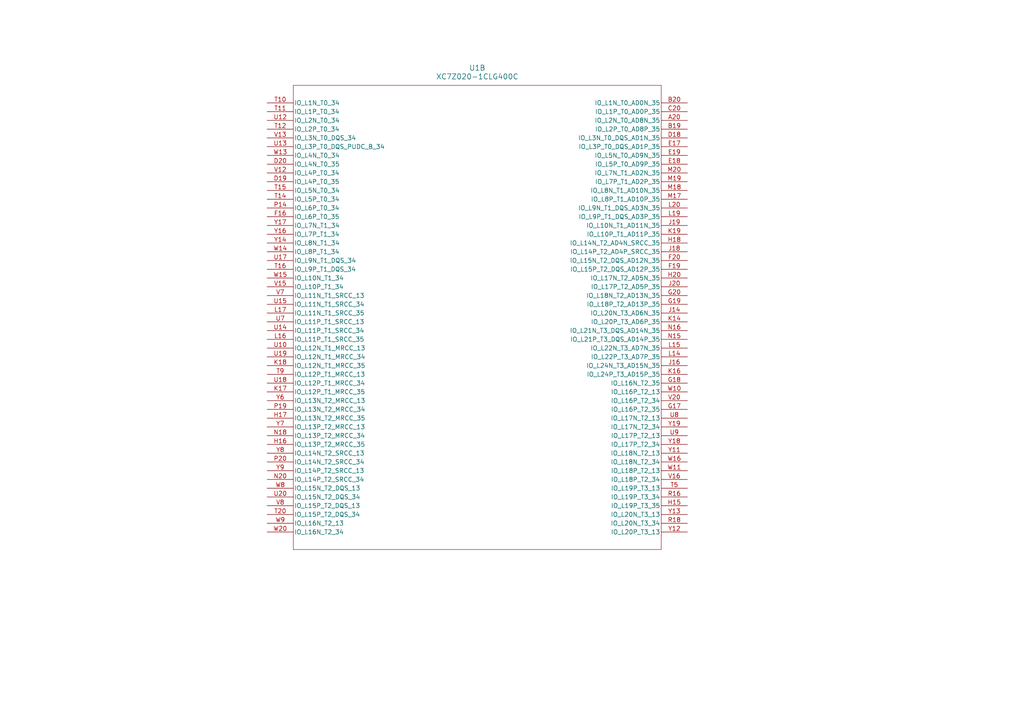
<source format=kicad_sch>
(kicad_sch (version 20231120) (generator "eeschema") (generator_version "8.0")
  (paper "A4")
  (lib_symbols
    (symbol "ZYNC-7020/XC7Z020-1CLG400C:XC7Z020-1CLG400C" (pin_names (offset 0.254))
      (property "Reference" "U" (at 43.18 10.16 0))
      (property "Value" "XC7Z020-1CLG400C" (at 43.18 7.62 0))
      (symbol "XC7Z020-1CLG400C_1_1"
        (polyline (pts (xy 7.62 -91.44) (xy 78.74 -91.44)) (stroke (width 0.127)))
        (polyline (pts (xy 7.62 5.08) (xy 7.62 -91.44)) (stroke (width 0.127)))
        (polyline (pts (xy 78.74 -91.44) (xy 78.74 5.08)) (stroke (width 0.127)))
        (polyline (pts (xy 78.74 5.08) (xy 7.62 5.08)) (stroke (width 0.127)))
        (pin output line (at 86.36 -58.42 180) (length 7.62) (name "PS_DDR_DM0_502") (number "A1"))
        (pin input line (at 0 -12.7 0) (length 7.62) (name "PS_SRST_B_501") (number "B10"))
        (pin output line (at 86.36 -68.58 180) (length 7.62) (name "PS_DDR_DRST_B_502") (number "B4"))
        (pin input line (at 0 -10.16 0) (length 7.62) (name "PS_POR_B_500") (number "C7"))
        (pin output line (at 86.36 -33.02 180) (length 7.62) (name "PS_DDR_A13_502") (number "D4"))
        (pin output line (at 86.36 -30.48 180) (length 7.62) (name "PS_DDR_A12_502") (number "E4"))
        (pin input line (at 0 -7.62 0) (length 7.62) (name "PS_CLK_500") (number "E7"))
        (pin output line (at 86.36 -60.96 180) (length 7.62) (name "PS_DDR_DM1_502") (number "F1"))
        (pin output line (at 86.36 -35.56 180) (length 7.62) (name "PS_DDR_A14_502") (number "F4"))
        (pin output line (at 86.36 -25.4 180) (length 7.62) (name "PS_DDR_A10_502") (number "F5"))
        (pin output line (at 86.36 -86.36 180) (length 7.62) (name "TDO_0") (number "F6"))
        (pin input line (at 0 -15.24 0) (length 7.62) (name "TCK_0") (number "F9"))
        (pin bidirectional line (at 0 -43.18 0) (length 7.62) (name "IO_0_35") (number "G14"))
        (pin output line (at 86.36 -27.94 180) (length 7.62) (name "PS_DDR_A11_502") (number "G4"))
        (pin output line (at 86.36 -76.2 180) (length 7.62) (name "PS_DDR_VRN_502") (number "G5"))
        (pin input line (at 0 -17.78 0) (length 7.62) (name "TDI_0") (number "G6"))
        (pin output line (at 86.36 -78.74 180) (length 7.62) (name "PS_DDR_VRP_502") (number "H5"))
        (pin bidirectional line (at 0 -50.8 0) (length 7.62) (name "IO_25_35") (number "J15"))
        (pin output line (at 86.36 -22.86 180) (length 7.62) (name "PS_DDR_A9_502") (number "J4"))
        (pin output line (at 86.36 -43.18 180) (length 7.62) (name "PS_DDR_BA2_502") (number "J5"))
        (pin input line (at 0 -20.32 0) (length 7.62) (name "TMS_0") (number "J6"))
        (pin output line (at 86.36 -20.32 180) (length 7.62) (name "PS_DDR_A8_502") (number "K1"))
        (pin output line (at 86.36 -2.54 180) (length 7.62) (name "PS_DDR_A1_502") (number "K2"))
        (pin output line (at 86.36 -7.62 180) (length 7.62) (name "PS_DDR_A3_502") (number "K3"))
        (pin output line (at 86.36 -17.78 180) (length 7.62) (name "PS_DDR_A7_502") (number "K4"))
        (pin input line (at 0 -25.4 0) (length 7.62) (name "VP_0") (number "K9"))
        (pin output line (at 86.36 -12.7 180) (length 7.62) (name "PS_DDR_A5_502") (number "L1"))
        (pin input line (at 0 -22.86 0) (length 7.62) (name "VN_0") (number "L10"))
        (pin output line (at 86.36 -53.34 180) (length 7.62) (name "PS_DDR_CKP_502") (number "L2"))
        (pin output line (at 86.36 -15.24 180) (length 7.62) (name "PS_DDR_A6_502") (number "L4"))
        (pin output line (at 86.36 -38.1 180) (length 7.62) (name "PS_DDR_BA0_502") (number "L5"))
        (pin input line (at 0 -5.08 0) (length 7.62) (name "PROGRAM_B_0") (number "L6"))
        (pin unspecified line (at 0 -33.02 0) (length 7.62) (name "DXN_0") (number "M10"))
        (pin output line (at 86.36 -50.8 180) (length 7.62) (name "PS_DDR_CKN_502") (number "M2"))
        (pin output line (at 86.36 -5.08 180) (length 7.62) (name "PS_DDR_A2_502") (number "M3"))
        (pin output line (at 86.36 -10.16 180) (length 7.62) (name "PS_DDR_A4_502") (number "M4"))
        (pin output line (at 86.36 -81.28 180) (length 7.62) (name "PS_DDR_WE_B_502") (number "M5"))
        (pin input line (at 0 0 0) (length 7.62) (name "CFGBVS_0") (number "M6"))
        (pin unspecified line (at 0 -35.56 0) (length 7.62) (name "DXP_0") (number "M9"))
        (pin output line (at 86.36 -55.88 180) (length 7.62) (name "PS_DDR_CS_B_502") (number "N1"))
        (pin output line (at 86.36 0 180) (length 7.62) (name "PS_DDR_A0_502") (number "N2"))
        (pin output line (at 86.36 -48.26 180) (length 7.62) (name "PS_DDR_CKE_502") (number "N3"))
        (pin output line (at 86.36 -71.12 180) (length 7.62) (name "PS_DDR_ODT_502") (number "N5"))
        (pin output line (at 86.36 -73.66 180) (length 7.62) (name "PS_DDR_RAS_B_502") (number "P4"))
        (pin output line (at 86.36 -45.72 180) (length 7.62) (name "PS_DDR_CAS_B_502") (number "P5"))
        (pin bidirectional line (at 0 -2.54 0) (length 7.62) (name "INIT_B_0") (number "R10"))
        (pin bidirectional line (at 0 -30.48 0) (length 7.62) (name "DONE_0") (number "R11"))
        (pin bidirectional line (at 0 -40.64 0) (length 7.62) (name "IO_0_34") (number "R19"))
        (pin output line (at 86.36 -40.64 180) (length 7.62) (name "PS_DDR_BA1_502") (number "R4"))
        (pin output line (at 86.36 -63.5 180) (length 7.62) (name "PS_DDR_DM2_502") (number "T1"))
        (pin bidirectional line (at 0 -48.26 0) (length 7.62) (name "IO_25_34") (number "T19"))
        (pin output line (at 86.36 -66.04 180) (length 7.62) (name "PS_DDR_DM3_502") (number "Y1"))
      )
      (symbol "XC7Z020-1CLG400C_2_1"
        (polyline (pts (xy 7.62 -129.54) (xy 114.3 -129.54)) (stroke (width 0.127)))
        (polyline (pts (xy 7.62 5.08) (xy 7.62 -129.54)) (stroke (width 0.127)))
        (polyline (pts (xy 114.3 -129.54) (xy 114.3 5.08)) (stroke (width 0.127)))
        (polyline (pts (xy 114.3 5.08) (xy 7.62 5.08)) (stroke (width 0.127)))
        (pin bidirectional line (at 121.92 -5.08 180) (length 7.62) (name "IO_L2N_T0_AD8N_35") (number "A20"))
        (pin bidirectional line (at 121.92 -7.62 180) (length 7.62) (name "IO_L2P_T0_AD8P_35") (number "B19"))
        (pin bidirectional line (at 121.92 0 180) (length 7.62) (name "IO_L1N_T0_AD0N_35") (number "B20"))
        (pin bidirectional line (at 121.92 -2.54 180) (length 7.62) (name "IO_L1P_T0_AD0P_35") (number "C20"))
        (pin bidirectional line (at 121.92 -10.16 180) (length 7.62) (name "IO_L3N_T0_DQS_AD1N_35") (number "D18"))
        (pin bidirectional line (at 0 -22.86 0) (length 7.62) (name "IO_L4P_T0_35") (number "D19"))
        (pin bidirectional line (at 0 -17.78 0) (length 7.62) (name "IO_L4N_T0_35") (number "D20"))
        (pin bidirectional line (at 121.92 -12.7 180) (length 7.62) (name "IO_L3P_T0_DQS_AD1P_35") (number "E17"))
        (pin bidirectional line (at 121.92 -17.78 180) (length 7.62) (name "IO_L5P_T0_AD9P_35") (number "E18"))
        (pin bidirectional line (at 121.92 -15.24 180) (length 7.62) (name "IO_L5N_T0_AD9N_35") (number "E19"))
        (pin bidirectional line (at 0 -33.02 0) (length 7.62) (name "IO_L6P_T0_35") (number "F16"))
        (pin bidirectional line (at 121.92 -48.26 180) (length 7.62) (name "IO_L15P_T2_DQS_AD12P_35") (number "F19"))
        (pin bidirectional line (at 121.92 -45.72 180) (length 7.62) (name "IO_L15N_T2_DQS_AD12N_35") (number "F20"))
        (pin bidirectional line (at 121.92 -88.9 180) (length 7.62) (name "IO_L16P_T2_35") (number "G17"))
        (pin bidirectional line (at 121.92 -81.28 180) (length 7.62) (name "IO_L16N_T2_35") (number "G18"))
        (pin bidirectional line (at 121.92 -58.42 180) (length 7.62) (name "IO_L18P_T2_AD13P_35") (number "G19"))
        (pin bidirectional line (at 121.92 -55.88 180) (length 7.62) (name "IO_L18N_T2_AD13N_35") (number "G20"))
        (pin bidirectional line (at 121.92 -116.84 180) (length 7.62) (name "IO_L19P_T3_35") (number "H15"))
        (pin bidirectional line (at 0 -99.06 0) (length 7.62) (name "IO_L13P_T2_MRCC_35") (number "H16"))
        (pin bidirectional line (at 0 -91.44 0) (length 7.62) (name "IO_L13N_T2_MRCC_35") (number "H17"))
        (pin bidirectional line (at 121.92 -40.64 180) (length 7.62) (name "IO_L14N_T2_AD4N_SRCC_35") (number "H18"))
        (pin bidirectional line (at 121.92 -50.8 180) (length 7.62) (name "IO_L17N_T2_AD5N_35") (number "H20"))
        (pin bidirectional line (at 121.92 -60.96 180) (length 7.62) (name "IO_L20N_T3_AD6N_35") (number "J14"))
        (pin bidirectional line (at 121.92 -76.2 180) (length 7.62) (name "IO_L24N_T3_AD15N_35") (number "J16"))
        (pin bidirectional line (at 121.92 -43.18 180) (length 7.62) (name "IO_L14P_T2_AD4P_SRCC_35") (number "J18"))
        (pin bidirectional line (at 121.92 -35.56 180) (length 7.62) (name "IO_L10N_T1_AD11N_35") (number "J19"))
        (pin bidirectional line (at 121.92 -53.34 180) (length 7.62) (name "IO_L17P_T2_AD5P_35") (number "J20"))
        (pin bidirectional line (at 121.92 -63.5 180) (length 7.62) (name "IO_L20P_T3_AD6P_35") (number "K14"))
        (pin bidirectional line (at 121.92 -78.74 180) (length 7.62) (name "IO_L24P_T3_AD15P_35") (number "K16"))
        (pin bidirectional line (at 0 -83.82 0) (length 7.62) (name "IO_L12P_T1_MRCC_35") (number "K17"))
        (pin bidirectional line (at 0 -76.2 0) (length 7.62) (name "IO_L12N_T1_MRCC_35") (number "K18"))
        (pin bidirectional line (at 121.92 -38.1 180) (length 7.62) (name "IO_L10P_T1_AD11P_35") (number "K19"))
        (pin bidirectional line (at 121.92 -73.66 180) (length 7.62) (name "IO_L22P_T3_AD7P_35") (number "L14"))
        (pin bidirectional line (at 121.92 -71.12 180) (length 7.62) (name "IO_L22N_T3_AD7N_35") (number "L15"))
        (pin bidirectional line (at 0 -68.58 0) (length 7.62) (name "IO_L11P_T1_SRCC_35") (number "L16"))
        (pin bidirectional line (at 0 -60.96 0) (length 7.62) (name "IO_L11N_T1_SRCC_35") (number "L17"))
        (pin bidirectional line (at 121.92 -33.02 180) (length 7.62) (name "IO_L9P_T1_DQS_AD3P_35") (number "L19"))
        (pin bidirectional line (at 121.92 -30.48 180) (length 7.62) (name "IO_L9N_T1_DQS_AD3N_35") (number "L20"))
        (pin bidirectional line (at 121.92 -27.94 180) (length 7.62) (name "IO_L8P_T1_AD10P_35") (number "M17"))
        (pin bidirectional line (at 121.92 -25.4 180) (length 7.62) (name "IO_L8N_T1_AD10N_35") (number "M18"))
        (pin bidirectional line (at 121.92 -22.86 180) (length 7.62) (name "IO_L7P_T1_AD2P_35") (number "M19"))
        (pin bidirectional line (at 121.92 -20.32 180) (length 7.62) (name "IO_L7N_T1_AD2N_35") (number "M20"))
        (pin bidirectional line (at 121.92 -68.58 180) (length 7.62) (name "IO_L21P_T3_DQS_AD14P_35") (number "N15"))
        (pin bidirectional line (at 121.92 -66.04 180) (length 7.62) (name "IO_L21N_T3_DQS_AD14N_35") (number "N16"))
        (pin bidirectional line (at 0 -96.52 0) (length 7.62) (name "IO_L13P_T2_MRCC_34") (number "N18"))
        (pin bidirectional line (at 0 -109.22 0) (length 7.62) (name "IO_L14P_T2_SRCC_34") (number "N20"))
        (pin bidirectional line (at 0 -30.48 0) (length 7.62) (name "IO_L6P_T0_34") (number "P14"))
        (pin bidirectional line (at 0 -88.9 0) (length 7.62) (name "IO_L13N_T2_MRCC_34") (number "P19"))
        (pin bidirectional line (at 0 -104.14 0) (length 7.62) (name "IO_L14N_T2_SRCC_34") (number "P20"))
        (pin bidirectional line (at 121.92 -114.3 180) (length 7.62) (name "IO_L19P_T3_34") (number "R16"))
        (pin bidirectional line (at 121.92 -121.92 180) (length 7.62) (name "IO_L20N_T3_34") (number "R18"))
        (pin bidirectional line (at 0 0 0) (length 7.62) (name "IO_L1N_T0_34") (number "T10"))
        (pin bidirectional line (at 0 -2.54 0) (length 7.62) (name "IO_L1P_T0_34") (number "T11"))
        (pin bidirectional line (at 0 -7.62 0) (length 7.62) (name "IO_L2P_T0_34") (number "T12"))
        (pin bidirectional line (at 0 -27.94 0) (length 7.62) (name "IO_L5P_T0_34") (number "T14"))
        (pin bidirectional line (at 0 -25.4 0) (length 7.62) (name "IO_L5N_T0_34") (number "T15"))
        (pin bidirectional line (at 0 -48.26 0) (length 7.62) (name "IO_L9P_T1_DQS_34") (number "T16"))
        (pin bidirectional line (at 0 -119.38 0) (length 7.62) (name "IO_L15P_T2_DQS_34") (number "T20"))
        (pin bidirectional line (at 121.92 -111.76 180) (length 7.62) (name "IO_L19P_T3_13") (number "T5"))
        (pin bidirectional line (at 0 -78.74 0) (length 7.62) (name "IO_L12P_T1_MRCC_13") (number "T9"))
        (pin bidirectional line (at 0 -71.12 0) (length 7.62) (name "IO_L12N_T1_MRCC_13") (number "U10"))
        (pin bidirectional line (at 0 -5.08 0) (length 7.62) (name "IO_L2N_T0_34") (number "U12"))
        (pin bidirectional line (at 0 -12.7 0) (length 7.62) (name "IO_L3P_T0_DQS_PUDC_B_34") (number "U13"))
        (pin bidirectional line (at 0 -66.04 0) (length 7.62) (name "IO_L11P_T1_SRCC_34") (number "U14"))
        (pin bidirectional line (at 0 -58.42 0) (length 7.62) (name "IO_L11N_T1_SRCC_34") (number "U15"))
        (pin bidirectional line (at 0 -45.72 0) (length 7.62) (name "IO_L9N_T1_DQS_34") (number "U17"))
        (pin bidirectional line (at 0 -81.28 0) (length 7.62) (name "IO_L12P_T1_MRCC_34") (number "U18"))
        (pin bidirectional line (at 0 -73.66 0) (length 7.62) (name "IO_L12N_T1_MRCC_34") (number "U19"))
        (pin bidirectional line (at 0 -114.3 0) (length 7.62) (name "IO_L15N_T2_DQS_34") (number "U20"))
        (pin bidirectional line (at 0 -63.5 0) (length 7.62) (name "IO_L11P_T1_SRCC_13") (number "U7"))
        (pin bidirectional line (at 121.92 -91.44 180) (length 7.62) (name "IO_L17N_T2_13") (number "U8"))
        (pin bidirectional line (at 121.92 -96.52 180) (length 7.62) (name "IO_L17P_T2_13") (number "U9"))
        (pin bidirectional line (at 0 -20.32 0) (length 7.62) (name "IO_L4P_T0_34") (number "V12"))
        (pin bidirectional line (at 0 -10.16 0) (length 7.62) (name "IO_L3N_T0_DQS_34") (number "V13"))
        (pin bidirectional line (at 0 -53.34 0) (length 7.62) (name "IO_L10P_T1_34") (number "V15"))
        (pin bidirectional line (at 121.92 -109.22 180) (length 7.62) (name "IO_L18P_T2_34") (number "V16"))
        (pin bidirectional line (at 121.92 -86.36 180) (length 7.62) (name "IO_L16P_T2_34") (number "V20"))
        (pin bidirectional line (at 0 -55.88 0) (length 7.62) (name "IO_L11N_T1_SRCC_13") (number "V7"))
        (pin bidirectional line (at 0 -116.84 0) (length 7.62) (name "IO_L15P_T2_DQS_13") (number "V8"))
        (pin bidirectional line (at 121.92 -83.82 180) (length 7.62) (name "IO_L16P_T2_13") (number "W10"))
        (pin bidirectional line (at 121.92 -106.68 180) (length 7.62) (name "IO_L18P_T2_13") (number "W11"))
        (pin bidirectional line (at 0 -15.24 0) (length 7.62) (name "IO_L4N_T0_34") (number "W13"))
        (pin bidirectional line (at 0 -43.18 0) (length 7.62) (name "IO_L8P_T1_34") (number "W14"))
        (pin bidirectional line (at 0 -50.8 0) (length 7.62) (name "IO_L10N_T1_34") (number "W15"))
        (pin bidirectional line (at 121.92 -104.14 180) (length 7.62) (name "IO_L18N_T2_34") (number "W16"))
        (pin bidirectional line (at 0 -124.46 0) (length 7.62) (name "IO_L16N_T2_34") (number "W20"))
        (pin bidirectional line (at 0 -111.76 0) (length 7.62) (name "IO_L15N_T2_DQS_13") (number "W8"))
        (pin bidirectional line (at 0 -121.92 0) (length 7.62) (name "IO_L16N_T2_13") (number "W9"))
        (pin bidirectional line (at 121.92 -101.6 180) (length 7.62) (name "IO_L18N_T2_13") (number "Y11"))
        (pin bidirectional line (at 121.92 -124.46 180) (length 7.62) (name "IO_L20P_T3_13") (number "Y12"))
        (pin bidirectional line (at 121.92 -119.38 180) (length 7.62) (name "IO_L20N_T3_13") (number "Y13"))
        (pin bidirectional line (at 0 -40.64 0) (length 7.62) (name "IO_L8N_T1_34") (number "Y14"))
        (pin bidirectional line (at 0 -38.1 0) (length 7.62) (name "IO_L7P_T1_34") (number "Y16"))
        (pin bidirectional line (at 0 -35.56 0) (length 7.62) (name "IO_L7N_T1_34") (number "Y17"))
        (pin bidirectional line (at 121.92 -99.06 180) (length 7.62) (name "IO_L17P_T2_34") (number "Y18"))
        (pin bidirectional line (at 121.92 -93.98 180) (length 7.62) (name "IO_L17N_T2_34") (number "Y19"))
        (pin bidirectional line (at 0 -86.36 0) (length 7.62) (name "IO_L13N_T2_MRCC_13") (number "Y6"))
        (pin bidirectional line (at 0 -93.98 0) (length 7.62) (name "IO_L13P_T2_MRCC_13") (number "Y7"))
        (pin bidirectional line (at 0 -101.6 0) (length 7.62) (name "IO_L14N_T2_SRCC_13") (number "Y8"))
        (pin bidirectional line (at 0 -106.68 0) (length 7.62) (name "IO_L14P_T2_SRCC_13") (number "Y9"))
      )
      (symbol "XC7Z020-1CLG400C_3_1"
        (polyline (pts (xy 7.62 -129.54) (xy 88.9 -129.54)) (stroke (width 0.127)))
        (polyline (pts (xy 7.62 5.08) (xy 7.62 -129.54)) (stroke (width 0.127)))
        (polyline (pts (xy 88.9 -129.54) (xy 88.9 5.08)) (stroke (width 0.127)))
        (polyline (pts (xy 88.9 5.08) (xy 7.62 5.08)) (stroke (width 0.127)))
        (pin bidirectional line (at 96.52 -106.68 180) (length 7.62) (name "PS_MIO37_501") (number "A10"))
        (pin bidirectional line (at 96.52 -104.14 180) (length 7.62) (name "PS_MIO36_501") (number "A11"))
        (pin bidirectional line (at 96.52 -99.06 180) (length 7.62) (name "PS_MIO34_501") (number "A12"))
        (pin bidirectional line (at 96.52 -93.98 180) (length 7.62) (name "PS_MIO32_501") (number "A14"))
        (pin bidirectional line (at 96.52 -78.74 180) (length 7.62) (name "PS_MIO26_501") (number "A15"))
        (pin bidirectional line (at 96.52 -73.66 180) (length 7.62) (name "PS_MIO24_501") (number "A16"))
        (pin bidirectional line (at 96.52 -63.5 180) (length 7.62) (name "PS_MIO20_501") (number "A17"))
        (pin bidirectional line (at 96.52 -53.34 180) (length 7.62) (name "PS_MIO16_501") (number "A19"))
        (pin bidirectional line (at 0 -43.18 0) (length 7.62) (name "PS_DDR_DQ2_502") (number "A2"))
        (pin bidirectional line (at 0 -45.72 0) (length 7.62) (name "PS_DDR_DQ3_502") (number "A4"))
        (pin bidirectional line (at 96.52 -27.94 180) (length 7.62) (name "PS_MIO6_500") (number "A5"))
        (pin bidirectional line (at 96.52 -25.4 180) (length 7.62) (name "PS_MIO5_500") (number "A6"))
        (pin bidirectional line (at 96.52 -15.24 180) (length 7.62) (name "PS_MIO1_500") (number "A7"))
        (pin bidirectional line (at 96.52 -121.92 180) (length 7.62) (name "PS_MIO43_501") (number "A9"))
        (pin bidirectional line (at 96.52 -68.58 180) (length 7.62) (name "PS_MIO22_501") (number "B17"))
        (pin bidirectional line (at 96.52 -58.42 180) (length 7.62) (name "PS_MIO18_501") (number "B18"))
        (pin bidirectional line (at 0 -119.38 0) (length 7.62) (name "PS_DDR_DQS_N0_502") (number "B2"))
        (pin bidirectional line (at 0 -40.64 0) (length 7.62) (name "PS_DDR_DQ1_502") (number "B3"))
        (pin bidirectional line (at 96.52 -35.56 180) (length 7.62) (name "PS_MIO9_500") (number "B5"))
        (pin bidirectional line (at 96.52 -22.86 180) (length 7.62) (name "PS_MIO4_500") (number "B7"))
        (pin bidirectional line (at 96.52 -17.78 180) (length 7.62) (name "PS_MIO2_500") (number "B8"))
        (pin bidirectional line (at 0 -53.34 0) (length 7.62) (name "PS_DDR_DQ6_502") (number "C1"))
        (pin bidirectional line (at 96.52 -86.36 180) (length 7.62) (name "PS_MIO29_501") (number "C13"))
        (pin bidirectional line (at 96.52 -88.9 180) (length 7.62) (name "PS_MIO30_501") (number "C15"))
        (pin bidirectional line (at 96.52 -83.82 180) (length 7.62) (name "PS_MIO28_501") (number "C16"))
        (pin bidirectional line (at 96.52 -116.84 180) (length 7.62) (name "PS_MIO41_501") (number "C17"))
        (pin bidirectional line (at 96.52 -111.76 180) (length 7.62) (name "PS_MIO39_501") (number "C18"))
        (pin bidirectional line (at 96.52 -2.54 180) (length 7.62) (name "PS_DDR_DQS_P0_502") (number "C2"))
        (pin bidirectional line (at 0 -38.1 0) (length 7.62) (name "PS_DDR_DQ0_502") (number "C3"))
        (pin bidirectional line (at 96.52 -48.26 180) (length 7.62) (name "PS_MIO14_500") (number "C5"))
        (pin bidirectional line (at 96.52 -40.64 180) (length 7.62) (name "PS_MIO11_500") (number "C6"))
        (pin bidirectional line (at 96.52 -50.8 180) (length 7.62) (name "PS_MIO15_500") (number "C8"))
        (pin bidirectional line (at 0 -50.8 0) (length 7.62) (name "PS_DDR_DQ5_502") (number "D1"))
        (pin bidirectional line (at 96.52 -60.96 180) (length 7.62) (name "PS_MIO19_501") (number "D10"))
        (pin bidirectional line (at 96.52 -71.12 180) (length 7.62) (name "PS_MIO23_501") (number "D11"))
        (pin bidirectional line (at 96.52 -81.28 180) (length 7.62) (name "PS_MIO27_501") (number "D13"))
        (pin bidirectional line (at 96.52 -114.3 180) (length 7.62) (name "PS_MIO40_501") (number "D14"))
        (pin bidirectional line (at 96.52 -96.52 180) (length 7.62) (name "PS_MIO33_501") (number "D15"))
        (pin bidirectional line (at 0 -48.26 0) (length 7.62) (name "PS_DDR_DQ4_502") (number "D3"))
        (pin bidirectional line (at 96.52 -33.02 180) (length 7.62) (name "PS_MIO8_500") (number "D5"))
        (pin bidirectional line (at 96.52 -20.32 180) (length 7.62) (name "PS_MIO3_500") (number "D6"))
        (pin bidirectional line (at 96.52 -30.48 180) (length 7.62) (name "PS_MIO7_500") (number "D8"))
        (pin bidirectional line (at 96.52 -43.18 180) (length 7.62) (name "PS_MIO12_500") (number "D9"))
        (pin bidirectional line (at 0 -55.88 0) (length 7.62) (name "PS_DDR_DQ7_502") (number "E1"))
        (pin bidirectional line (at 96.52 -119.38 180) (length 7.62) (name "PS_MIO42_501") (number "E12"))
        (pin bidirectional line (at 96.52 -109.22 180) (length 7.62) (name "PS_MIO38_501") (number "E13"))
        (pin bidirectional line (at 96.52 -55.88 180) (length 7.62) (name "PS_MIO17_501") (number "E14"))
        (pin bidirectional line (at 96.52 -91.44 180) (length 7.62) (name "PS_MIO31_501") (number "E16"))
        (pin bidirectional line (at 0 -58.42 0) (length 7.62) (name "PS_DDR_DQ8_502") (number "E2"))
        (pin bidirectional line (at 0 -60.96 0) (length 7.62) (name "PS_DDR_DQ9_502") (number "E3"))
        (pin bidirectional line (at 96.52 -12.7 180) (length 7.62) (name "PS_MIO0_500") (number "E6"))
        (pin bidirectional line (at 96.52 -45.72 180) (length 7.62) (name "PS_MIO13_500") (number "E8"))
        (pin bidirectional line (at 96.52 -38.1 180) (length 7.62) (name "PS_MIO10_500") (number "E9"))
        (pin bidirectional line (at 96.52 -101.6 180) (length 7.62) (name "PS_MIO35_501") (number "F12"))
        (pin bidirectional line (at 96.52 -124.46 180) (length 7.62) (name "PS_MIO44_501") (number "F13"))
        (pin bidirectional line (at 96.52 -66.04 180) (length 7.62) (name "PS_MIO21_501") (number "F14"))
        (pin bidirectional line (at 96.52 -76.2 180) (length 7.62) (name "PS_MIO25_501") (number "F15"))
        (pin bidirectional line (at 0 -121.92 0) (length 7.62) (name "PS_DDR_DQS_N1_502") (number "F2"))
        (pin bidirectional line (at 96.52 -5.08 180) (length 7.62) (name "PS_DDR_DQS_P1_502") (number "G2"))
        (pin bidirectional line (at 0 -63.5 0) (length 7.62) (name "PS_DDR_DQ10_502") (number "G3"))
        (pin bidirectional line (at 0 -73.66 0) (length 7.62) (name "PS_DDR_DQ14_502") (number "H1"))
        (pin bidirectional line (at 0 -71.12 0) (length 7.62) (name "PS_DDR_DQ13_502") (number "H2"))
        (pin bidirectional line (at 0 -66.04 0) (length 7.62) (name "PS_DDR_DQ11_502") (number "H3"))
        (pin bidirectional line (at 0 -76.2 0) (length 7.62) (name "PS_DDR_DQ15_502") (number "J1"))
        (pin bidirectional line (at 0 -68.58 0) (length 7.62) (name "PS_DDR_DQ12_502") (number "J3"))
        (pin bidirectional line (at 0 -30.48 0) (length 7.62) (name "IO_L23P_T3_35") (number "M14"))
        (pin bidirectional line (at 0 -25.4 0) (length 7.62) (name "IO_L23N_T3_35") (number "M15"))
        (pin bidirectional line (at 0 -27.94 0) (length 7.62) (name "IO_L23P_T3_34") (number "N17"))
        (pin bidirectional line (at 0 -78.74 0) (length 7.62) (name "PS_DDR_DQ16_502") (number "P1"))
        (pin bidirectional line (at 0 -35.56 0) (length 7.62) (name "IO_L24P_T3_34") (number "P15"))
        (pin bidirectional line (at 0 -33.02 0) (length 7.62) (name "IO_L24N_T3_34") (number "P16"))
        (pin bidirectional line (at 0 -22.86 0) (length 7.62) (name "IO_L23N_T3_34") (number "P18"))
        (pin bidirectional line (at 0 -81.28 0) (length 7.62) (name "PS_DDR_DQ17_502") (number "P3"))
        (pin bidirectional line (at 0 -86.36 0) (length 7.62) (name "PS_DDR_DQ19_502") (number "R1"))
        (pin bidirectional line (at 96.52 -7.62 180) (length 7.62) (name "PS_DDR_DQS_P2_502") (number "R2"))
        (pin bidirectional line (at 0 -83.82 0) (length 7.62) (name "PS_DDR_DQ18_502") (number "R3"))
        (pin bidirectional line (at 0 0 0) (length 7.62) (name "IO_L20P_T3_34") (number "T17"))
        (pin bidirectional line (at 0 -124.46 0) (length 7.62) (name "PS_DDR_DQS_N2_502") (number "T2"))
        (pin bidirectional line (at 0 -88.9 0) (length 7.62) (name "PS_DDR_DQ20_502") (number "T4"))
        (pin bidirectional line (at 0 -93.98 0) (length 7.62) (name "PS_DDR_DQ22_502") (number "U2"))
        (pin bidirectional line (at 0 -96.52 0) (length 7.62) (name "PS_DDR_DQ23_502") (number "U3"))
        (pin bidirectional line (at 0 -91.44 0) (length 7.62) (name "PS_DDR_DQ21_502") (number "U4"))
        (pin bidirectional line (at 0 -99.06 0) (length 7.62) (name "PS_DDR_DQ24_502") (number "V1"))
        (pin bidirectional line (at 0 -2.54 0) (length 7.62) (name "IO_L21N_T3_DQS_13") (number "V10"))
        (pin bidirectional line (at 0 -7.62 0) (length 7.62) (name "IO_L21P_T3_DQS_13") (number "V11"))
        (pin bidirectional line (at 0 -10.16 0) (length 7.62) (name "IO_L21P_T3_DQS_34") (number "V17"))
        (pin bidirectional line (at 0 -5.08 0) (length 7.62) (name "IO_L21N_T3_DQS_34") (number "V18"))
        (pin bidirectional line (at 0 -114.3 0) (length 7.62) (name "PS_DDR_DQ30_502") (number "V2"))
        (pin bidirectional line (at 0 -116.84 0) (length 7.62) (name "PS_DDR_DQ31_502") (number "V3"))
        (pin bidirectional line (at 0 -17.78 0) (length 7.62) (name "IO_L22P_T3_13") (number "V6"))
        (pin bidirectional line (at 0 -104.14 0) (length 7.62) (name "PS_DDR_DQ26_502") (number "W1"))
        (pin bidirectional line (at 0 -20.32 0) (length 7.62) (name "IO_L22P_T3_34") (number "W18"))
        (pin bidirectional line (at 0 -15.24 0) (length 7.62) (name "IO_L22N_T3_34") (number "W19"))
        (pin bidirectional line (at 0 -111.76 0) (length 7.62) (name "PS_DDR_DQ29_502") (number "W3"))
        (pin bidirectional line (at 96.52 0 180) (length 7.62) (name "PS_DDR_DQS_N3_502") (number "W4"))
        (pin bidirectional line (at 96.52 -10.16 180) (length 7.62) (name "PS_DDR_DQS_P3_502") (number "W5"))
        (pin bidirectional line (at 0 -12.7 0) (length 7.62) (name "IO_L22N_T3_13") (number "W6"))
        (pin bidirectional line (at 0 -109.22 0) (length 7.62) (name "PS_DDR_DQ28_502") (number "Y2"))
        (pin bidirectional line (at 0 -101.6 0) (length 7.62) (name "PS_DDR_DQ25_502") (number "Y3"))
        (pin bidirectional line (at 0 -106.68 0) (length 7.62) (name "PS_DDR_DQ27_502") (number "Y4"))
      )
      (symbol "XC7Z020-1CLG400C_4_1"
        (polyline (pts (xy 7.62 -25.4) (xy 43.18 -25.4)) (stroke (width 0.127)))
        (polyline (pts (xy 7.62 5.08) (xy 7.62 -25.4)) (stroke (width 0.127)))
        (polyline (pts (xy 43.18 -25.4) (xy 43.18 5.08)) (stroke (width 0.127)))
        (polyline (pts (xy 43.18 5.08) (xy 7.62 5.08)) (stroke (width 0.127)))
        (pin bidirectional line (at 0 -7.62 0) (length 7.62) (name "PS_MIO48_501") (number "B12"))
        (pin bidirectional line (at 0 -12.7 0) (length 7.62) (name "PS_MIO50_501") (number "B13"))
        (pin bidirectional line (at 0 -5.08 0) (length 7.62) (name "PS_MIO47_501") (number "B14"))
        (pin bidirectional line (at 0 0 0) (length 7.62) (name "PS_MIO45_501") (number "B15"))
        (pin bidirectional line (at 0 -15.24 0) (length 7.62) (name "PS_MIO51_501") (number "B9"))
        (pin bidirectional line (at 0 -17.78 0) (length 7.62) (name "PS_MIO52_501") (number "C10"))
        (pin bidirectional line (at 0 -20.32 0) (length 7.62) (name "PS_MIO53_501") (number "C11"))
        (pin bidirectional line (at 0 -10.16 0) (length 7.62) (name "PS_MIO49_501") (number "C12"))
        (pin bidirectional line (at 0 -2.54 0) (length 7.62) (name "PS_MIO46_501") (number "D16"))
      )
      (symbol "XC7Z020-1CLG400C_5_1"
        (polyline (pts (xy 7.62 -101.6) (xy 53.34 -101.6)) (stroke (width 0.127)))
        (polyline (pts (xy 7.62 7.62) (xy 7.62 -101.6)) (stroke (width 0.127)))
        (polyline (pts (xy 53.34 -101.6) (xy 53.34 7.62)) (stroke (width 0.127)))
        (polyline (pts (xy 53.34 7.62) (xy 7.62 7.62)) (stroke (width 0.127)))
        (pin power_in line (at 0 -25.4 0) (length 7.62) (name "PS_MIO_VREF_501") (number "E11"))
        (pin power_in line (at 0 -60.96 0) (length 7.62) (name "VCCBATT_0") (number "F11"))
        (pin bidirectional line (at 0 -5.08 0) (length 7.62) (name "IO_L6N_T0_VREF_35") (number "F17"))
        (pin power_in line (at 0 -63.5 0) (length 7.62) (name "VCCBRAM") (number "G11"))
        (pin power_in line (at 0 -71.12 0) (length 7.62) (name "VCCINT") (number "G13"))
        (pin bidirectional line (at 0 -12.7 0) (length 7.62) (name "IO_L19N_T3_VREF_35") (number "G15"))
        (pin power_in line (at 0 -66.04 0) (length 7.62) (name "VCCBRAM") (number "H10"))
        (pin power_in line (at 0 -73.66 0) (length 7.62) (name "VCCINT") (number "H12"))
        (pin power_in line (at 0 -17.78 0) (length 7.62) (name "PS_DDR_VREF0_502") (number "H6"))
        (pin power_in line (at 0 -48.26 0) (length 7.62) (name "VCCAUX") (number "J11"))
        (pin power_in line (at 0 -76.2 0) (length 7.62) (name "VCCINT") (number "J13"))
        (pin power_in line (at 0 -40.64 0) (length 7.62) (name "VCCADC_0") (number "J9"))
        (pin power_in line (at 0 -78.74 0) (length 7.62) (name "VCCINT") (number "K12"))
        (pin power_in line (at 0 -96.52 0) (length 7.62) (name "VCCO_0") (number "K6"))
        (pin power_in line (at 0 -50.8 0) (length 7.62) (name "VCCAUX") (number "L11"))
        (pin power_in line (at 0 -81.28 0) (length 7.62) (name "VCCINT") (number "L13"))
        (pin power_in line (at 0 -83.82 0) (length 7.62) (name "VCCINT") (number "M12"))
        (pin power_in line (at 0 -53.34 0) (length 7.62) (name "VCCAUX") (number "N11"))
        (pin power_in line (at 0 -86.36 0) (length 7.62) (name "VCCINT") (number "N13"))
        (pin power_in line (at 0 -35.56 0) (length 7.62) (name "RSVDVCC3") (number "N6"))
        (pin power_in line (at 0 -43.18 0) (length 7.62) (name "VCCAUX") (number "N9"))
        (pin power_in line (at 0 -55.88 0) (length 7.62) (name "VCCAUX") (number "P10"))
        (pin power_in line (at 0 -88.9 0) (length 7.62) (name "VCCINT") (number "P12"))
        (pin power_in line (at 0 -20.32 0) (length 7.62) (name "PS_DDR_VREF1_502") (number "P6"))
        (pin power_in line (at 0 -91.44 0) (length 7.62) (name "VCCINT") (number "R13"))
        (pin bidirectional line (at 0 -2.54 0) (length 7.62) (name "IO_L6N_T0_VREF_34") (number "R14"))
        (pin bidirectional line (at 0 -10.16 0) (length 7.62) (name "IO_L19N_T3_VREF_34") (number "R17"))
        (pin power_in line (at 0 -33.02 0) (length 7.62) (name "RSVDVCC2") (number "R6"))
        (pin power_in line (at 0 -45.72 0) (length 7.62) (name "VCCAUX") (number "R9"))
        (pin power_in line (at 0 -30.48 0) (length 7.62) (name "RSVDVCC1") (number "T6"))
        (pin bidirectional line (at 0 -7.62 0) (length 7.62) (name "IO_L19N_T3_VREF_13") (number "U5"))
        (pin bidirectional line (at 0 0 0) (length 7.62) (name "IO_L6N_T0_VREF_13") (number "V5"))
      )
      (symbol "XC7Z020-1CLG400C_6_1"
        (polyline (pts (xy 7.62 -132.08) (xy 43.18 -132.08)) (stroke (width 0.127)))
        (polyline (pts (xy 7.62 5.08) (xy 7.62 -132.08)) (stroke (width 0.127)))
        (polyline (pts (xy 43.18 -132.08) (xy 43.18 5.08)) (stroke (width 0.127)))
        (polyline (pts (xy 43.18 5.08) (xy 7.62 5.08)) (stroke (width 0.127)))
        (pin power_in line (at 0 -71.12 0) (length 7.62) (name "VCCO_MIO1_501") (number "A13"))
        (pin power_in line (at 0 -40.64 0) (length 7.62) (name "VCCO_DDR_502") (number "A3"))
        (pin power_out line (at 0 -124.46 0) (length 7.62) (name "GND") (number "A8"))
        (pin power_out line (at 0 -127 0) (length 7.62) (name "GND") (number "B1"))
        (pin power_in line (at 0 -73.66 0) (length 7.62) (name "VCCO_MIO1_501") (number "B16"))
        (pin power_in line (at 0 -66.04 0) (length 7.62) (name "VCCO_MIO0_500") (number "B6"))
        (pin power_in line (at 0 -25.4 0) (length 7.62) (name "VCCO_35") (number "C19"))
        (pin power_in line (at 0 -76.2 0) (length 7.62) (name "VCCO_MIO1_501") (number "D12"))
        (pin power_in line (at 0 -43.18 0) (length 7.62) (name "VCCO_DDR_502") (number "D2"))
        (pin power_in line (at 0 -68.58 0) (length 7.62) (name "VCCO_MIO0_500") (number "D7"))
        (pin power_in line (at 0 -78.74 0) (length 7.62) (name "VCCO_MIO1_501") (number "E15"))
        (pin power_in line (at 0 -45.72 0) (length 7.62) (name "VCCO_DDR_502") (number "E5"))
        (pin power_in line (at 0 -27.94 0) (length 7.62) (name "VCCO_35") (number "F18"))
        (pin power_in line (at 0 -83.82 0) (length 7.62) (name "VCCPAUX") (number "F8"))
        (pin power_in line (at 0 -48.26 0) (length 7.62) (name "VCCO_DDR_502") (number "G1"))
        (pin power_in line (at 0 -96.52 0) (length 7.62) (name "VCCPINT") (number "G7"))
        (pin power_in line (at 0 -111.76 0) (length 7.62) (name "VCCPLL") (number "G8"))
        (pin power_in line (at 0 -86.36 0) (length 7.62) (name "VCCPAUX") (number "G9"))
        (pin power_in line (at 0 -30.48 0) (length 7.62) (name "VCCO_35") (number "H14"))
        (pin power_in line (at 0 -50.8 0) (length 7.62) (name "VCCO_DDR_502") (number "H4"))
        (pin power_in line (at 0 -88.9 0) (length 7.62) (name "VCCPAUX") (number "H8"))
        (pin power_in line (at 0 -33.02 0) (length 7.62) (name "VCCO_35") (number "J17"))
        (pin power_in line (at 0 -99.06 0) (length 7.62) (name "VCCPINT") (number "J7"))
        (pin power_in line (at 0 -116.84 0) (length 7.62) (name "VREFN_0") (number "K10"))
        (pin power_in line (at 0 -35.56 0) (length 7.62) (name "VCCO_35") (number "K20"))
        (pin power_in line (at 0 -91.44 0) (length 7.62) (name "VCCPAUX") (number "K8"))
        (pin power_in line (at 0 -53.34 0) (length 7.62) (name "VCCO_DDR_502") (number "L3"))
        (pin power_in line (at 0 -101.6 0) (length 7.62) (name "VCCPINT") (number "L7"))
        (pin power_in line (at 0 -119.38 0) (length 7.62) (name "VREFP_0") (number "L9"))
        (pin power_in line (at 0 -38.1 0) (length 7.62) (name "VCCO_35") (number "M16"))
        (pin power_in line (at 0 -93.98 0) (length 7.62) (name "VCCPAUX") (number "M8"))
        (pin power_in line (at 0 -10.16 0) (length 7.62) (name "VCCO_34") (number "N19"))
        (pin power_in line (at 0 -104.14 0) (length 7.62) (name "VCCPINT") (number "N7"))
        (pin power_in line (at 0 -55.88 0) (length 7.62) (name "VCCO_DDR_502") (number "P2"))
        (pin power_in line (at 0 -106.68 0) (length 7.62) (name "VCCPINT") (number "P8"))
        (pin power_in line (at 0 -12.7 0) (length 7.62) (name "VCCO_34") (number "R15"))
        (pin power_in line (at 0 -58.42 0) (length 7.62) (name "VCCO_DDR_502") (number "R5"))
        (pin power_in line (at 0 -109.22 0) (length 7.62) (name "VCCPINT") (number "R7"))
        (pin power_in line (at 0 -15.24 0) (length 7.62) (name "VCCO_34") (number "T18"))
        (pin power_in line (at 0 0 0) (length 7.62) (name "VCCO_13") (number "T8"))
        (pin power_in line (at 0 -60.96 0) (length 7.62) (name "VCCO_DDR_502") (number "U1"))
        (pin power_in line (at 0 -5.08 0) (length 7.62) (name "VCCO_13") (number "U11"))
        (pin power_in line (at 0 -17.78 0) (length 7.62) (name "VCCO_34") (number "V14"))
        (pin power_in line (at 0 -63.5 0) (length 7.62) (name "VCCO_DDR_502") (number "V4"))
        (pin power_in line (at 0 -20.32 0) (length 7.62) (name "VCCO_34") (number "W17"))
        (pin power_in line (at 0 -2.54 0) (length 7.62) (name "VCCO_13") (number "W7"))
        (pin power_in line (at 0 -7.62 0) (length 7.62) (name "VCCO_13") (number "Y10"))
        (pin power_in line (at 0 -22.86 0) (length 7.62) (name "VCCO_34") (number "Y20"))
      )
      (symbol "XC7Z020-1CLG400C_7_1"
        (polyline (pts (xy 7.62 -132.08) (xy 33.02 -132.08)) (stroke (width 0.127)))
        (polyline (pts (xy 7.62 5.08) (xy 7.62 -132.08)) (stroke (width 0.127)))
        (polyline (pts (xy 33.02 -132.08) (xy 33.02 5.08)) (stroke (width 0.127)))
        (polyline (pts (xy 33.02 5.08) (xy 7.62 5.08)) (stroke (width 0.127)))
        (pin power_out line (at 0 -60.96 0) (length 7.62) (name "GND") (number "A18"))
        (pin power_out line (at 0 -63.5 0) (length 7.62) (name "GND") (number "B11"))
        (pin power_out line (at 0 -66.04 0) (length 7.62) (name "GND") (number "C14"))
        (pin power_out line (at 0 0 0) (length 7.62) (name "GND") (number "C4"))
        (pin power_out line (at 0 -2.54 0) (length 7.62) (name "GND") (number "C9"))
        (pin power_out line (at 0 -68.58 0) (length 7.62) (name "GND") (number "D17"))
        (pin power_out line (at 0 -71.12 0) (length 7.62) (name "GND") (number "E10"))
        (pin power_out line (at 0 -73.66 0) (length 7.62) (name "GND") (number "E20"))
        (pin power_out line (at 0 -5.08 0) (length 7.62) (name "GND") (number "F3"))
        (pin power_out line (at 0 -7.62 0) (length 7.62) (name "GND") (number "F7"))
        (pin power_out line (at 0 -76.2 0) (length 7.62) (name "GND") (number "G10"))
        (pin power_out line (at 0 -78.74 0) (length 7.62) (name "GND") (number "G12"))
        (pin power_out line (at 0 -81.28 0) (length 7.62) (name "GND") (number "G16"))
        (pin power_out line (at 0 -83.82 0) (length 7.62) (name "GND") (number "H11"))
        (pin power_out line (at 0 -86.36 0) (length 7.62) (name "GND") (number "H13"))
        (pin power_out line (at 0 -88.9 0) (length 7.62) (name "GND") (number "H19"))
        (pin power_out line (at 0 -10.16 0) (length 7.62) (name "GND") (number "H7"))
        (pin power_out line (at 0 -12.7 0) (length 7.62) (name "GND") (number "H9"))
        (pin power_out line (at 0 -91.44 0) (length 7.62) (name "GND") (number "J12"))
        (pin power_out line (at 0 -15.24 0) (length 7.62) (name "GND") (number "J2"))
        (pin power_out line (at 0 -17.78 0) (length 7.62) (name "GND") (number "J8"))
        (pin power_out line (at 0 -93.98 0) (length 7.62) (name "GND") (number "K11"))
        (pin power_out line (at 0 -96.52 0) (length 7.62) (name "GND") (number "K13"))
        (pin power_out line (at 0 -99.06 0) (length 7.62) (name "GND") (number "K15"))
        (pin power_out line (at 0 -20.32 0) (length 7.62) (name "GND") (number "K5"))
        (pin power_out line (at 0 -22.86 0) (length 7.62) (name "GND") (number "K7"))
        (pin power_out line (at 0 -101.6 0) (length 7.62) (name "GND") (number "L12"))
        (pin power_out line (at 0 -104.14 0) (length 7.62) (name "GND") (number "L18"))
        (pin power_out line (at 0 -25.4 0) (length 7.62) (name "GND") (number "L8"))
        (pin power_out line (at 0 -27.94 0) (length 7.62) (name "GND") (number "M1"))
        (pin power_out line (at 0 -106.68 0) (length 7.62) (name "GND") (number "M11"))
        (pin power_out line (at 0 -109.22 0) (length 7.62) (name "GND") (number "M13"))
        (pin power_out line (at 0 -30.48 0) (length 7.62) (name "GND") (number "M7"))
        (pin power_out line (at 0 -111.76 0) (length 7.62) (name "GND") (number "N10"))
        (pin power_out line (at 0 -114.3 0) (length 7.62) (name "GND") (number "N12"))
        (pin power_out line (at 0 -116.84 0) (length 7.62) (name "GND") (number "N14"))
        (pin power_out line (at 0 -33.02 0) (length 7.62) (name "GND") (number "N4"))
        (pin power_out line (at 0 -35.56 0) (length 7.62) (name "GND") (number "N8"))
        (pin power_out line (at 0 -119.38 0) (length 7.62) (name "GND") (number "P11"))
        (pin power_out line (at 0 -121.92 0) (length 7.62) (name "GND") (number "P13"))
        (pin power_out line (at 0 -124.46 0) (length 7.62) (name "GND") (number "P17"))
        (pin power_out line (at 0 -38.1 0) (length 7.62) (name "GND") (number "P7"))
        (pin power_out line (at 0 -40.64 0) (length 7.62) (name "GND") (number "P9"))
        (pin power_out line (at 0 -127 0) (length 7.62) (name "GND") (number "R12"))
        (pin power_out line (at 0 -43.18 0) (length 7.62) (name "GND") (number "R8"))
        (pin power_out line (at 0 -45.72 0) (length 7.62) (name "GND") (number "T3"))
        (pin power_out line (at 0 -48.26 0) (length 7.62) (name "GND") (number "T7"))
        (pin power_out line (at 0 -50.8 0) (length 7.62) (name "GND") (number "U6"))
        (pin power_out line (at 0 -53.34 0) (length 7.62) (name "GND") (number "V9"))
        (pin power_out line (at 0 -55.88 0) (length 7.62) (name "GND") (number "W2"))
        (pin power_out line (at 0 -58.42 0) (length 7.62) (name "GND") (number "Y5"))
      )
      (symbol "XC7Z020-1CLG400C_8_1"
        (polyline (pts (xy 7.62 -25.4) (xy 33.02 -25.4)) (stroke (width 0.127)))
        (polyline (pts (xy 7.62 5.08) (xy 7.62 -25.4)) (stroke (width 0.127)))
        (polyline (pts (xy 33.02 -25.4) (xy 33.02 5.08)) (stroke (width 0.127)))
        (polyline (pts (xy 33.02 5.08) (xy 7.62 5.08)) (stroke (width 0.127)))
        (pin power_out line (at 0 -20.32 0) (length 7.62) (name "RSVDGND") (number "F10"))
        (pin power_out line (at 0 -15.24 0) (length 7.62) (name "GNDADC_0") (number "J10"))
        (pin power_out line (at 0 0 0) (length 7.62) (name "GND") (number "R20"))
        (pin power_out line (at 0 -2.54 0) (length 7.62) (name "GND") (number "T13"))
        (pin power_out line (at 0 -5.08 0) (length 7.62) (name "GND") (number "U16"))
        (pin power_out line (at 0 -7.62 0) (length 7.62) (name "GND") (number "V19"))
        (pin power_out line (at 0 -10.16 0) (length 7.62) (name "GND") (number "W12"))
        (pin power_out line (at 0 -12.7 0) (length 7.62) (name "GND") (number "Y15"))
      )
    )
  )
  (symbol (lib_id "ZYNC-7020/XC7Z020-1CLG400C:XC7Z020-1CLG400C") (at 77.47 29.845 0) (unit 2)
    (property "Reference" "U1" (at 138.43 19.685 0) (effects (font (size 1.524 1.524))))
    (property "Value" "XC7Z020-1CLG400C" (at 138.43 22.225 0) (effects (font (size 1.524 1.524))))
    (property "Footprint" "ul_XC7Z020-1CLG400C:CLG400_ZYNQ-7000_XIL-L" (effects (hide yes)))
    (property "Datasheet" "XC7Z020-1CLG400C" (effects (hide yes)))
  )
)
</source>
